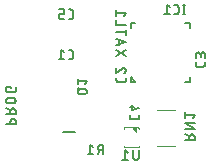
<source format=gbo>
G04 EAGLE Gerber RS-274X export*
G75*
%MOMM*%
%FSLAX34Y34*%
%LPD*%
%INSilkscreen Bottom*%
%IPPOS*%
%AMOC8*
5,1,8,0,0,1.08239X$1,22.5*%
G01*
%ADD10C,0.203200*%
%ADD11C,0.200000*%
%ADD12C,0.101600*%
%ADD13C,0.100000*%
%ADD14C,0.127000*%


D10*
X456443Y138016D02*
X458213Y138016D01*
X458295Y138018D01*
X458376Y138024D01*
X458458Y138033D01*
X458538Y138046D01*
X458618Y138063D01*
X458698Y138084D01*
X458776Y138108D01*
X458853Y138136D01*
X458928Y138167D01*
X459002Y138202D01*
X459075Y138240D01*
X459145Y138281D01*
X459214Y138326D01*
X459280Y138374D01*
X459344Y138425D01*
X459406Y138478D01*
X459465Y138535D01*
X459522Y138594D01*
X459576Y138656D01*
X459626Y138720D01*
X459674Y138786D01*
X459719Y138855D01*
X459760Y138925D01*
X459798Y138998D01*
X459833Y139072D01*
X459864Y139147D01*
X459892Y139224D01*
X459916Y139302D01*
X459937Y139382D01*
X459954Y139462D01*
X459967Y139542D01*
X459976Y139624D01*
X459982Y139705D01*
X459984Y139787D01*
X459984Y144213D01*
X459982Y144295D01*
X459976Y144376D01*
X459967Y144458D01*
X459954Y144538D01*
X459937Y144618D01*
X459916Y144698D01*
X459892Y144776D01*
X459864Y144853D01*
X459833Y144928D01*
X459798Y145002D01*
X459760Y145075D01*
X459719Y145145D01*
X459674Y145214D01*
X459626Y145280D01*
X459576Y145344D01*
X459522Y145406D01*
X459465Y145465D01*
X459406Y145522D01*
X459344Y145575D01*
X459280Y145626D01*
X459214Y145674D01*
X459145Y145719D01*
X459075Y145760D01*
X459002Y145798D01*
X458928Y145833D01*
X458853Y145864D01*
X458776Y145892D01*
X458698Y145916D01*
X458619Y145937D01*
X458538Y145954D01*
X458458Y145967D01*
X458376Y145976D01*
X458295Y145982D01*
X458213Y145984D01*
X456443Y145984D01*
X452438Y144213D02*
X450224Y145984D01*
X450224Y138016D01*
X448011Y138016D02*
X452438Y138016D01*
X497016Y122557D02*
X497016Y120787D01*
X497018Y120705D01*
X497024Y120624D01*
X497033Y120542D01*
X497046Y120462D01*
X497063Y120382D01*
X497084Y120302D01*
X497108Y120224D01*
X497136Y120147D01*
X497167Y120072D01*
X497202Y119998D01*
X497240Y119925D01*
X497281Y119855D01*
X497326Y119786D01*
X497374Y119720D01*
X497425Y119656D01*
X497478Y119594D01*
X497535Y119535D01*
X497594Y119478D01*
X497656Y119425D01*
X497720Y119374D01*
X497786Y119326D01*
X497855Y119281D01*
X497925Y119240D01*
X497998Y119202D01*
X498072Y119167D01*
X498147Y119136D01*
X498224Y119108D01*
X498302Y119084D01*
X498382Y119063D01*
X498462Y119046D01*
X498542Y119033D01*
X498624Y119024D01*
X498705Y119018D01*
X498787Y119016D01*
X503213Y119016D01*
X503295Y119018D01*
X503376Y119024D01*
X503458Y119033D01*
X503538Y119046D01*
X503618Y119063D01*
X503698Y119084D01*
X503776Y119108D01*
X503853Y119136D01*
X503928Y119167D01*
X504002Y119202D01*
X504075Y119240D01*
X504145Y119281D01*
X504214Y119326D01*
X504280Y119374D01*
X504344Y119425D01*
X504406Y119478D01*
X504465Y119535D01*
X504522Y119594D01*
X504575Y119656D01*
X504626Y119720D01*
X504674Y119786D01*
X504719Y119855D01*
X504760Y119925D01*
X504798Y119998D01*
X504833Y120072D01*
X504864Y120147D01*
X504892Y120224D01*
X504916Y120302D01*
X504937Y120382D01*
X504954Y120462D01*
X504967Y120542D01*
X504976Y120624D01*
X504982Y120705D01*
X504984Y120787D01*
X504984Y122557D01*
X504984Y128997D02*
X504982Y129084D01*
X504976Y129171D01*
X504967Y129257D01*
X504954Y129343D01*
X504937Y129428D01*
X504916Y129513D01*
X504892Y129596D01*
X504864Y129678D01*
X504832Y129759D01*
X504797Y129839D01*
X504759Y129917D01*
X504717Y129993D01*
X504672Y130067D01*
X504624Y130140D01*
X504572Y130210D01*
X504518Y130277D01*
X504461Y130343D01*
X504401Y130406D01*
X504338Y130466D01*
X504272Y130523D01*
X504205Y130577D01*
X504135Y130629D01*
X504062Y130677D01*
X503988Y130722D01*
X503912Y130764D01*
X503834Y130802D01*
X503754Y130837D01*
X503673Y130869D01*
X503591Y130897D01*
X503508Y130921D01*
X503423Y130942D01*
X503338Y130959D01*
X503252Y130972D01*
X503166Y130981D01*
X503079Y130987D01*
X502992Y130989D01*
X504984Y128997D02*
X504982Y128896D01*
X504976Y128796D01*
X504966Y128696D01*
X504952Y128596D01*
X504935Y128497D01*
X504913Y128399D01*
X504888Y128302D01*
X504859Y128206D01*
X504826Y128111D01*
X504789Y128017D01*
X504749Y127925D01*
X504705Y127834D01*
X504657Y127746D01*
X504606Y127659D01*
X504552Y127574D01*
X504495Y127492D01*
X504434Y127412D01*
X504370Y127334D01*
X504303Y127259D01*
X504233Y127186D01*
X504161Y127117D01*
X504086Y127050D01*
X504008Y126986D01*
X503928Y126926D01*
X503845Y126868D01*
X503760Y126814D01*
X503674Y126763D01*
X503585Y126716D01*
X503494Y126672D01*
X503402Y126632D01*
X503308Y126595D01*
X503213Y126562D01*
X501442Y130325D02*
X501507Y130390D01*
X501574Y130451D01*
X501643Y130510D01*
X501715Y130566D01*
X501790Y130619D01*
X501866Y130669D01*
X501945Y130715D01*
X502025Y130758D01*
X502107Y130798D01*
X502191Y130833D01*
X502276Y130866D01*
X502363Y130894D01*
X502451Y130919D01*
X502539Y130941D01*
X502629Y130958D01*
X502719Y130972D01*
X502810Y130981D01*
X502901Y130987D01*
X502992Y130989D01*
X501443Y130325D02*
X497016Y126562D01*
X497016Y130989D01*
X564016Y133782D02*
X564016Y135552D01*
X564016Y133782D02*
X564018Y133700D01*
X564024Y133619D01*
X564033Y133537D01*
X564046Y133457D01*
X564063Y133377D01*
X564084Y133297D01*
X564108Y133219D01*
X564136Y133142D01*
X564167Y133067D01*
X564202Y132993D01*
X564240Y132920D01*
X564281Y132850D01*
X564326Y132781D01*
X564374Y132715D01*
X564425Y132651D01*
X564478Y132589D01*
X564535Y132530D01*
X564594Y132473D01*
X564656Y132420D01*
X564720Y132369D01*
X564786Y132321D01*
X564855Y132276D01*
X564925Y132235D01*
X564998Y132197D01*
X565072Y132162D01*
X565147Y132131D01*
X565224Y132103D01*
X565302Y132079D01*
X565382Y132058D01*
X565462Y132041D01*
X565542Y132028D01*
X565624Y132019D01*
X565705Y132013D01*
X565787Y132011D01*
X570213Y132011D01*
X570295Y132013D01*
X570376Y132019D01*
X570458Y132028D01*
X570538Y132041D01*
X570618Y132058D01*
X570698Y132079D01*
X570776Y132103D01*
X570853Y132131D01*
X570928Y132162D01*
X571002Y132197D01*
X571075Y132235D01*
X571145Y132276D01*
X571214Y132321D01*
X571280Y132369D01*
X571344Y132420D01*
X571406Y132473D01*
X571465Y132530D01*
X571522Y132589D01*
X571575Y132651D01*
X571626Y132715D01*
X571674Y132781D01*
X571719Y132850D01*
X571760Y132920D01*
X571798Y132993D01*
X571833Y133067D01*
X571864Y133142D01*
X571892Y133219D01*
X571916Y133297D01*
X571937Y133377D01*
X571954Y133457D01*
X571967Y133537D01*
X571976Y133619D01*
X571982Y133700D01*
X571984Y133782D01*
X571984Y135552D01*
X564016Y139557D02*
X564016Y141771D01*
X564018Y141864D01*
X564024Y141956D01*
X564033Y142048D01*
X564047Y142140D01*
X564064Y142231D01*
X564086Y142321D01*
X564110Y142411D01*
X564139Y142499D01*
X564171Y142586D01*
X564207Y142671D01*
X564247Y142755D01*
X564290Y142837D01*
X564336Y142917D01*
X564386Y142996D01*
X564439Y143072D01*
X564495Y143146D01*
X564554Y143217D01*
X564616Y143286D01*
X564681Y143352D01*
X564748Y143416D01*
X564818Y143476D01*
X564891Y143534D01*
X564966Y143588D01*
X565043Y143639D01*
X565123Y143688D01*
X565204Y143732D01*
X565287Y143773D01*
X565371Y143811D01*
X565458Y143845D01*
X565545Y143876D01*
X565634Y143902D01*
X565724Y143926D01*
X565814Y143945D01*
X565906Y143960D01*
X565998Y143972D01*
X566090Y143980D01*
X566183Y143984D01*
X566275Y143984D01*
X566368Y143980D01*
X566460Y143972D01*
X566552Y143960D01*
X566644Y143945D01*
X566734Y143926D01*
X566824Y143902D01*
X566913Y143876D01*
X567000Y143845D01*
X567087Y143811D01*
X567171Y143773D01*
X567254Y143732D01*
X567336Y143688D01*
X567415Y143639D01*
X567492Y143588D01*
X567567Y143534D01*
X567640Y143476D01*
X567710Y143416D01*
X567777Y143352D01*
X567842Y143286D01*
X567904Y143217D01*
X567963Y143146D01*
X568019Y143072D01*
X568072Y142996D01*
X568122Y142917D01*
X568168Y142837D01*
X568211Y142755D01*
X568251Y142671D01*
X568287Y142586D01*
X568319Y142499D01*
X568348Y142411D01*
X568372Y142321D01*
X568394Y142231D01*
X568411Y142140D01*
X568425Y142048D01*
X568434Y141956D01*
X568440Y141864D01*
X568442Y141771D01*
X571984Y142213D02*
X571984Y139557D01*
X571984Y142213D02*
X571982Y142296D01*
X571976Y142379D01*
X571967Y142461D01*
X571953Y142543D01*
X571936Y142624D01*
X571914Y142705D01*
X571889Y142784D01*
X571861Y142862D01*
X571829Y142938D01*
X571793Y143013D01*
X571754Y143086D01*
X571711Y143158D01*
X571665Y143227D01*
X571616Y143294D01*
X571564Y143358D01*
X571509Y143420D01*
X571451Y143480D01*
X571390Y143536D01*
X571326Y143590D01*
X571261Y143641D01*
X571193Y143688D01*
X571122Y143733D01*
X571050Y143774D01*
X570976Y143811D01*
X570900Y143845D01*
X570823Y143876D01*
X570744Y143902D01*
X570665Y143925D01*
X570584Y143945D01*
X570502Y143960D01*
X570420Y143972D01*
X570337Y143980D01*
X570255Y143984D01*
X570171Y143984D01*
X570089Y143980D01*
X570006Y143972D01*
X569924Y143960D01*
X569842Y143945D01*
X569761Y143925D01*
X569682Y143902D01*
X569603Y143876D01*
X569526Y143845D01*
X569450Y143811D01*
X569376Y143774D01*
X569304Y143733D01*
X569233Y143688D01*
X569165Y143641D01*
X569100Y143590D01*
X569036Y143536D01*
X568975Y143480D01*
X568917Y143420D01*
X568862Y143358D01*
X568810Y143294D01*
X568761Y143227D01*
X568715Y143158D01*
X568672Y143086D01*
X568633Y143013D01*
X568597Y142938D01*
X568565Y142862D01*
X568537Y142784D01*
X568512Y142705D01*
X568490Y142624D01*
X568473Y142543D01*
X568459Y142461D01*
X568450Y142379D01*
X568444Y142296D01*
X568442Y142213D01*
X568443Y142213D02*
X568443Y140443D01*
X508316Y90957D02*
X508316Y89187D01*
X508318Y89105D01*
X508324Y89024D01*
X508333Y88942D01*
X508346Y88862D01*
X508363Y88782D01*
X508384Y88702D01*
X508408Y88624D01*
X508436Y88547D01*
X508467Y88472D01*
X508502Y88398D01*
X508540Y88325D01*
X508581Y88255D01*
X508626Y88186D01*
X508674Y88120D01*
X508725Y88056D01*
X508778Y87994D01*
X508835Y87935D01*
X508894Y87878D01*
X508956Y87825D01*
X509020Y87774D01*
X509086Y87726D01*
X509155Y87681D01*
X509225Y87640D01*
X509298Y87602D01*
X509372Y87567D01*
X509447Y87536D01*
X509524Y87508D01*
X509602Y87484D01*
X509682Y87463D01*
X509762Y87446D01*
X509842Y87433D01*
X509924Y87424D01*
X510005Y87418D01*
X510087Y87416D01*
X514513Y87416D01*
X514595Y87418D01*
X514676Y87424D01*
X514758Y87433D01*
X514838Y87446D01*
X514918Y87463D01*
X514998Y87484D01*
X515076Y87508D01*
X515153Y87536D01*
X515228Y87567D01*
X515302Y87602D01*
X515375Y87640D01*
X515445Y87681D01*
X515514Y87726D01*
X515580Y87774D01*
X515644Y87825D01*
X515706Y87878D01*
X515765Y87935D01*
X515822Y87994D01*
X515875Y88056D01*
X515926Y88120D01*
X515974Y88186D01*
X516019Y88255D01*
X516060Y88325D01*
X516098Y88398D01*
X516133Y88472D01*
X516164Y88547D01*
X516192Y88624D01*
X516216Y88702D01*
X516237Y88782D01*
X516254Y88862D01*
X516267Y88942D01*
X516276Y89024D01*
X516282Y89105D01*
X516284Y89187D01*
X516284Y90957D01*
X516284Y96733D02*
X510087Y94962D01*
X510087Y99389D01*
X511857Y98061D02*
X508316Y98061D01*
X458313Y172416D02*
X456543Y172416D01*
X458313Y172416D02*
X458395Y172418D01*
X458476Y172424D01*
X458558Y172433D01*
X458638Y172446D01*
X458718Y172463D01*
X458798Y172484D01*
X458876Y172508D01*
X458953Y172536D01*
X459028Y172567D01*
X459102Y172602D01*
X459175Y172640D01*
X459245Y172681D01*
X459314Y172726D01*
X459380Y172774D01*
X459444Y172825D01*
X459506Y172878D01*
X459565Y172935D01*
X459622Y172994D01*
X459676Y173056D01*
X459726Y173120D01*
X459774Y173186D01*
X459819Y173255D01*
X459860Y173325D01*
X459898Y173398D01*
X459933Y173472D01*
X459964Y173547D01*
X459992Y173624D01*
X460016Y173702D01*
X460037Y173782D01*
X460054Y173862D01*
X460067Y173942D01*
X460076Y174024D01*
X460082Y174105D01*
X460084Y174187D01*
X460084Y178613D01*
X460082Y178695D01*
X460076Y178776D01*
X460067Y178858D01*
X460054Y178938D01*
X460037Y179018D01*
X460016Y179098D01*
X459992Y179176D01*
X459964Y179253D01*
X459933Y179328D01*
X459898Y179402D01*
X459860Y179475D01*
X459819Y179545D01*
X459774Y179614D01*
X459726Y179680D01*
X459676Y179744D01*
X459622Y179806D01*
X459565Y179865D01*
X459506Y179922D01*
X459444Y179975D01*
X459380Y180026D01*
X459314Y180074D01*
X459245Y180119D01*
X459175Y180160D01*
X459102Y180198D01*
X459028Y180233D01*
X458953Y180264D01*
X458876Y180292D01*
X458798Y180316D01*
X458719Y180337D01*
X458638Y180354D01*
X458558Y180367D01*
X458476Y180376D01*
X458395Y180382D01*
X458313Y180384D01*
X456543Y180384D01*
X452538Y172416D02*
X449882Y172416D01*
X449800Y172418D01*
X449719Y172424D01*
X449637Y172433D01*
X449557Y172446D01*
X449477Y172463D01*
X449397Y172484D01*
X449319Y172508D01*
X449242Y172536D01*
X449167Y172567D01*
X449093Y172602D01*
X449020Y172640D01*
X448950Y172681D01*
X448881Y172726D01*
X448815Y172774D01*
X448751Y172825D01*
X448689Y172878D01*
X448630Y172935D01*
X448573Y172994D01*
X448520Y173056D01*
X448469Y173120D01*
X448421Y173186D01*
X448376Y173255D01*
X448335Y173325D01*
X448297Y173398D01*
X448262Y173472D01*
X448231Y173547D01*
X448203Y173624D01*
X448179Y173702D01*
X448158Y173782D01*
X448141Y173862D01*
X448128Y173942D01*
X448119Y174024D01*
X448113Y174105D01*
X448111Y174187D01*
X448111Y175072D01*
X448113Y175154D01*
X448119Y175235D01*
X448128Y175317D01*
X448141Y175397D01*
X448158Y175477D01*
X448179Y175557D01*
X448203Y175635D01*
X448231Y175712D01*
X448262Y175787D01*
X448297Y175861D01*
X448335Y175934D01*
X448376Y176004D01*
X448421Y176073D01*
X448469Y176139D01*
X448520Y176203D01*
X448573Y176265D01*
X448630Y176324D01*
X448689Y176381D01*
X448751Y176435D01*
X448815Y176485D01*
X448881Y176533D01*
X448950Y176578D01*
X449020Y176619D01*
X449093Y176657D01*
X449167Y176692D01*
X449242Y176723D01*
X449319Y176751D01*
X449397Y176775D01*
X449477Y176796D01*
X449557Y176813D01*
X449637Y176826D01*
X449719Y176835D01*
X449800Y176841D01*
X449882Y176843D01*
X452538Y176843D01*
X452538Y180384D01*
X448111Y180384D01*
D11*
X509000Y169000D02*
X509000Y165000D01*
X509000Y169000D02*
X513000Y169000D01*
X555000Y169000D02*
X559000Y169000D01*
X559000Y165000D01*
X559000Y123000D02*
X559000Y119000D01*
X555000Y119000D01*
X513000Y119000D02*
X509000Y123000D01*
X509000Y119000D02*
X513000Y119000D01*
X509000Y119000D02*
X509000Y123000D01*
D10*
X554529Y176266D02*
X554529Y184234D01*
X553644Y176266D02*
X555415Y176266D01*
X555415Y184234D02*
X553644Y184234D01*
X547818Y176266D02*
X546048Y176266D01*
X547818Y176266D02*
X547900Y176268D01*
X547981Y176274D01*
X548063Y176283D01*
X548143Y176296D01*
X548223Y176313D01*
X548303Y176334D01*
X548381Y176358D01*
X548458Y176386D01*
X548533Y176417D01*
X548607Y176452D01*
X548680Y176490D01*
X548750Y176531D01*
X548819Y176576D01*
X548885Y176624D01*
X548949Y176675D01*
X549011Y176728D01*
X549070Y176785D01*
X549127Y176844D01*
X549181Y176906D01*
X549231Y176970D01*
X549279Y177036D01*
X549324Y177105D01*
X549365Y177175D01*
X549403Y177248D01*
X549438Y177322D01*
X549469Y177397D01*
X549497Y177474D01*
X549521Y177552D01*
X549542Y177632D01*
X549559Y177712D01*
X549572Y177792D01*
X549581Y177874D01*
X549587Y177955D01*
X549589Y178037D01*
X549589Y182463D01*
X549587Y182545D01*
X549581Y182626D01*
X549572Y182708D01*
X549559Y182788D01*
X549542Y182868D01*
X549521Y182948D01*
X549497Y183026D01*
X549469Y183103D01*
X549438Y183178D01*
X549403Y183252D01*
X549365Y183325D01*
X549324Y183395D01*
X549279Y183464D01*
X549231Y183530D01*
X549181Y183594D01*
X549127Y183656D01*
X549070Y183715D01*
X549011Y183772D01*
X548949Y183825D01*
X548885Y183876D01*
X548819Y183924D01*
X548750Y183969D01*
X548680Y184010D01*
X548607Y184048D01*
X548533Y184083D01*
X548458Y184114D01*
X548381Y184142D01*
X548303Y184166D01*
X548224Y184187D01*
X548143Y184204D01*
X548063Y184217D01*
X547981Y184226D01*
X547900Y184232D01*
X547818Y184234D01*
X546048Y184234D01*
X542043Y182463D02*
X539829Y184234D01*
X539829Y176266D01*
X537616Y176266D02*
X542043Y176266D01*
D12*
X546500Y95500D02*
X531500Y95500D01*
X531500Y64500D02*
X546500Y64500D01*
D10*
X555256Y70236D02*
X563224Y70236D01*
X563224Y72449D01*
X563222Y72542D01*
X563216Y72634D01*
X563207Y72726D01*
X563193Y72818D01*
X563176Y72909D01*
X563154Y72999D01*
X563130Y73089D01*
X563101Y73177D01*
X563069Y73264D01*
X563033Y73349D01*
X562993Y73433D01*
X562950Y73515D01*
X562904Y73595D01*
X562854Y73674D01*
X562801Y73750D01*
X562745Y73824D01*
X562686Y73895D01*
X562624Y73964D01*
X562559Y74030D01*
X562492Y74094D01*
X562422Y74154D01*
X562349Y74212D01*
X562274Y74266D01*
X562197Y74317D01*
X562118Y74366D01*
X562036Y74410D01*
X561953Y74451D01*
X561869Y74489D01*
X561782Y74523D01*
X561695Y74554D01*
X561606Y74580D01*
X561516Y74604D01*
X561426Y74623D01*
X561334Y74638D01*
X561242Y74650D01*
X561150Y74658D01*
X561057Y74662D01*
X560965Y74662D01*
X560872Y74658D01*
X560780Y74650D01*
X560688Y74638D01*
X560596Y74623D01*
X560506Y74604D01*
X560416Y74580D01*
X560327Y74554D01*
X560240Y74523D01*
X560153Y74489D01*
X560069Y74451D01*
X559986Y74410D01*
X559905Y74366D01*
X559825Y74317D01*
X559748Y74266D01*
X559673Y74212D01*
X559600Y74154D01*
X559530Y74094D01*
X559463Y74030D01*
X559398Y73964D01*
X559336Y73895D01*
X559277Y73824D01*
X559221Y73750D01*
X559168Y73674D01*
X559118Y73595D01*
X559072Y73515D01*
X559029Y73433D01*
X558989Y73349D01*
X558953Y73264D01*
X558921Y73177D01*
X558892Y73089D01*
X558868Y72999D01*
X558846Y72909D01*
X558829Y72818D01*
X558815Y72726D01*
X558806Y72634D01*
X558800Y72542D01*
X558798Y72449D01*
X558797Y72449D02*
X558797Y70236D01*
X558797Y72892D02*
X555256Y74663D01*
X555256Y79433D02*
X563224Y79433D01*
X555256Y83860D01*
X563224Y83860D01*
X561453Y88733D02*
X563224Y90947D01*
X555256Y90947D01*
X555256Y93160D02*
X555256Y88733D01*
X504984Y146328D02*
X497016Y141016D01*
X497016Y146328D02*
X504984Y141016D01*
X504984Y152672D02*
X497016Y150016D01*
X497016Y155328D02*
X504984Y152672D01*
X499008Y154664D02*
X499008Y150680D01*
X497016Y161072D02*
X504984Y161072D01*
X504984Y158859D02*
X504984Y163285D01*
X504984Y167590D02*
X497016Y167590D01*
X497016Y171131D01*
X503213Y175059D02*
X504984Y177272D01*
X497016Y177272D01*
X497016Y175059D02*
X497016Y179485D01*
D13*
X503500Y80500D02*
X503500Y79500D01*
X503500Y80500D02*
X510000Y80500D01*
X511000Y80500D01*
X512000Y80500D01*
X513500Y80500D01*
X515500Y80500D01*
X516500Y79500D01*
X503500Y64500D02*
X503500Y63500D01*
X516500Y63500D01*
X516500Y64500D01*
X513500Y79000D02*
X513500Y80500D01*
X513500Y79000D02*
X513500Y78000D01*
X513500Y77000D01*
X510000Y80500D01*
X511000Y80500D02*
X513500Y78000D01*
X513500Y79000D02*
X512000Y80500D01*
D10*
X515743Y60984D02*
X515743Y55229D01*
X515742Y55229D02*
X515740Y55136D01*
X515734Y55044D01*
X515725Y54952D01*
X515711Y54860D01*
X515694Y54769D01*
X515672Y54679D01*
X515648Y54589D01*
X515619Y54501D01*
X515587Y54414D01*
X515551Y54329D01*
X515511Y54245D01*
X515468Y54163D01*
X515422Y54083D01*
X515372Y54004D01*
X515319Y53928D01*
X515263Y53854D01*
X515204Y53783D01*
X515142Y53714D01*
X515077Y53648D01*
X515010Y53584D01*
X514940Y53524D01*
X514867Y53466D01*
X514792Y53412D01*
X514715Y53361D01*
X514636Y53312D01*
X514554Y53268D01*
X514471Y53227D01*
X514387Y53189D01*
X514300Y53155D01*
X514213Y53124D01*
X514124Y53098D01*
X514034Y53074D01*
X513944Y53055D01*
X513852Y53040D01*
X513760Y53028D01*
X513668Y53020D01*
X513575Y53016D01*
X513483Y53016D01*
X513390Y53020D01*
X513298Y53028D01*
X513206Y53040D01*
X513114Y53055D01*
X513024Y53074D01*
X512934Y53098D01*
X512845Y53124D01*
X512758Y53155D01*
X512671Y53189D01*
X512587Y53227D01*
X512504Y53268D01*
X512423Y53312D01*
X512343Y53361D01*
X512266Y53412D01*
X512191Y53466D01*
X512118Y53524D01*
X512048Y53584D01*
X511981Y53648D01*
X511916Y53714D01*
X511854Y53783D01*
X511795Y53854D01*
X511739Y53928D01*
X511686Y54004D01*
X511636Y54083D01*
X511590Y54163D01*
X511547Y54245D01*
X511507Y54329D01*
X511471Y54414D01*
X511439Y54501D01*
X511410Y54589D01*
X511386Y54679D01*
X511364Y54769D01*
X511347Y54860D01*
X511333Y54952D01*
X511324Y55044D01*
X511318Y55136D01*
X511316Y55229D01*
X511316Y60984D01*
X506443Y59213D02*
X504229Y60984D01*
X504229Y53016D01*
X502016Y53016D02*
X506443Y53016D01*
X411684Y83316D02*
X403716Y83316D01*
X411684Y83316D02*
X411684Y85529D01*
X411682Y85622D01*
X411676Y85714D01*
X411667Y85806D01*
X411653Y85898D01*
X411636Y85989D01*
X411614Y86079D01*
X411590Y86169D01*
X411561Y86257D01*
X411529Y86344D01*
X411493Y86429D01*
X411453Y86513D01*
X411410Y86595D01*
X411364Y86675D01*
X411314Y86754D01*
X411261Y86830D01*
X411205Y86904D01*
X411146Y86975D01*
X411084Y87044D01*
X411019Y87110D01*
X410952Y87174D01*
X410882Y87234D01*
X410809Y87292D01*
X410734Y87346D01*
X410657Y87397D01*
X410578Y87446D01*
X410496Y87490D01*
X410413Y87531D01*
X410329Y87569D01*
X410242Y87603D01*
X410155Y87634D01*
X410066Y87660D01*
X409976Y87684D01*
X409886Y87703D01*
X409794Y87718D01*
X409702Y87730D01*
X409610Y87738D01*
X409517Y87742D01*
X409425Y87742D01*
X409332Y87738D01*
X409240Y87730D01*
X409148Y87718D01*
X409056Y87703D01*
X408966Y87684D01*
X408876Y87660D01*
X408787Y87634D01*
X408700Y87603D01*
X408613Y87569D01*
X408529Y87531D01*
X408446Y87490D01*
X408365Y87446D01*
X408285Y87397D01*
X408208Y87346D01*
X408133Y87292D01*
X408060Y87234D01*
X407990Y87174D01*
X407923Y87110D01*
X407858Y87044D01*
X407796Y86975D01*
X407737Y86904D01*
X407681Y86830D01*
X407628Y86754D01*
X407578Y86675D01*
X407532Y86595D01*
X407489Y86513D01*
X407449Y86429D01*
X407413Y86344D01*
X407381Y86257D01*
X407352Y86169D01*
X407328Y86079D01*
X407306Y85989D01*
X407289Y85898D01*
X407275Y85806D01*
X407266Y85714D01*
X407260Y85622D01*
X407258Y85529D01*
X407257Y85529D02*
X407257Y83316D01*
X403716Y92183D02*
X411684Y92183D01*
X411684Y94396D01*
X411682Y94489D01*
X411676Y94581D01*
X411667Y94673D01*
X411653Y94765D01*
X411636Y94856D01*
X411614Y94946D01*
X411590Y95036D01*
X411561Y95124D01*
X411529Y95211D01*
X411493Y95296D01*
X411453Y95380D01*
X411410Y95462D01*
X411364Y95542D01*
X411314Y95621D01*
X411261Y95697D01*
X411205Y95771D01*
X411146Y95842D01*
X411084Y95911D01*
X411019Y95977D01*
X410952Y96041D01*
X410882Y96101D01*
X410809Y96159D01*
X410734Y96213D01*
X410657Y96264D01*
X410578Y96313D01*
X410496Y96357D01*
X410413Y96398D01*
X410329Y96436D01*
X410242Y96470D01*
X410155Y96501D01*
X410066Y96527D01*
X409976Y96551D01*
X409886Y96570D01*
X409794Y96585D01*
X409702Y96597D01*
X409610Y96605D01*
X409517Y96609D01*
X409425Y96609D01*
X409332Y96605D01*
X409240Y96597D01*
X409148Y96585D01*
X409056Y96570D01*
X408966Y96551D01*
X408876Y96527D01*
X408787Y96501D01*
X408700Y96470D01*
X408613Y96436D01*
X408529Y96398D01*
X408446Y96357D01*
X408365Y96313D01*
X408285Y96264D01*
X408208Y96213D01*
X408133Y96159D01*
X408060Y96101D01*
X407990Y96041D01*
X407923Y95977D01*
X407858Y95911D01*
X407796Y95842D01*
X407737Y95771D01*
X407681Y95697D01*
X407628Y95621D01*
X407578Y95542D01*
X407532Y95462D01*
X407489Y95380D01*
X407449Y95296D01*
X407413Y95211D01*
X407381Y95124D01*
X407352Y95036D01*
X407328Y94946D01*
X407306Y94856D01*
X407289Y94765D01*
X407275Y94673D01*
X407266Y94581D01*
X407260Y94489D01*
X407258Y94396D01*
X407257Y94396D02*
X407257Y92183D01*
X407257Y94839D02*
X403716Y96609D01*
X405929Y101080D02*
X409471Y101080D01*
X409564Y101082D01*
X409656Y101088D01*
X409748Y101097D01*
X409840Y101111D01*
X409931Y101128D01*
X410021Y101150D01*
X410111Y101174D01*
X410199Y101203D01*
X410286Y101235D01*
X410371Y101271D01*
X410455Y101311D01*
X410537Y101354D01*
X410617Y101400D01*
X410696Y101450D01*
X410772Y101503D01*
X410846Y101559D01*
X410917Y101618D01*
X410986Y101680D01*
X411052Y101745D01*
X411116Y101812D01*
X411176Y101882D01*
X411234Y101955D01*
X411288Y102030D01*
X411339Y102107D01*
X411388Y102187D01*
X411432Y102268D01*
X411473Y102351D01*
X411511Y102435D01*
X411545Y102522D01*
X411576Y102609D01*
X411602Y102698D01*
X411626Y102788D01*
X411645Y102878D01*
X411660Y102970D01*
X411672Y103062D01*
X411680Y103154D01*
X411684Y103247D01*
X411684Y103339D01*
X411680Y103432D01*
X411672Y103524D01*
X411660Y103616D01*
X411645Y103708D01*
X411626Y103798D01*
X411602Y103888D01*
X411576Y103977D01*
X411545Y104064D01*
X411511Y104151D01*
X411473Y104235D01*
X411432Y104318D01*
X411388Y104400D01*
X411339Y104479D01*
X411288Y104556D01*
X411234Y104631D01*
X411176Y104704D01*
X411116Y104774D01*
X411052Y104841D01*
X410986Y104906D01*
X410917Y104968D01*
X410846Y105027D01*
X410772Y105083D01*
X410696Y105136D01*
X410617Y105186D01*
X410537Y105232D01*
X410455Y105275D01*
X410371Y105315D01*
X410286Y105351D01*
X410199Y105383D01*
X410111Y105412D01*
X410021Y105436D01*
X409931Y105458D01*
X409840Y105475D01*
X409748Y105489D01*
X409656Y105498D01*
X409564Y105504D01*
X409471Y105506D01*
X409471Y105507D02*
X405929Y105507D01*
X405929Y105506D02*
X405836Y105504D01*
X405744Y105498D01*
X405652Y105489D01*
X405560Y105475D01*
X405469Y105458D01*
X405379Y105436D01*
X405289Y105412D01*
X405201Y105383D01*
X405114Y105351D01*
X405029Y105315D01*
X404945Y105275D01*
X404863Y105232D01*
X404783Y105186D01*
X404704Y105136D01*
X404628Y105083D01*
X404554Y105027D01*
X404483Y104968D01*
X404414Y104906D01*
X404348Y104841D01*
X404284Y104774D01*
X404224Y104704D01*
X404166Y104631D01*
X404112Y104556D01*
X404061Y104479D01*
X404012Y104400D01*
X403968Y104318D01*
X403927Y104235D01*
X403889Y104151D01*
X403855Y104064D01*
X403824Y103977D01*
X403798Y103888D01*
X403774Y103798D01*
X403755Y103708D01*
X403740Y103616D01*
X403728Y103524D01*
X403720Y103432D01*
X403716Y103339D01*
X403716Y103247D01*
X403720Y103154D01*
X403728Y103062D01*
X403740Y102970D01*
X403755Y102878D01*
X403774Y102788D01*
X403798Y102698D01*
X403824Y102609D01*
X403855Y102522D01*
X403889Y102435D01*
X403927Y102351D01*
X403968Y102268D01*
X404012Y102187D01*
X404061Y102107D01*
X404112Y102030D01*
X404166Y101955D01*
X404224Y101882D01*
X404284Y101812D01*
X404348Y101745D01*
X404414Y101680D01*
X404483Y101618D01*
X404554Y101559D01*
X404628Y101503D01*
X404704Y101450D01*
X404783Y101400D01*
X404863Y101354D01*
X404945Y101311D01*
X405029Y101271D01*
X405114Y101235D01*
X405201Y101203D01*
X405289Y101174D01*
X405379Y101150D01*
X405469Y101128D01*
X405560Y101111D01*
X405652Y101097D01*
X405744Y101088D01*
X405836Y101082D01*
X405929Y101080D01*
X408143Y113479D02*
X408143Y114807D01*
X403716Y114807D01*
X403716Y112151D01*
X403718Y112069D01*
X403724Y111988D01*
X403733Y111906D01*
X403746Y111826D01*
X403763Y111746D01*
X403784Y111666D01*
X403808Y111588D01*
X403836Y111511D01*
X403867Y111436D01*
X403902Y111362D01*
X403940Y111289D01*
X403981Y111219D01*
X404026Y111150D01*
X404074Y111084D01*
X404125Y111020D01*
X404178Y110958D01*
X404235Y110899D01*
X404294Y110842D01*
X404356Y110789D01*
X404420Y110738D01*
X404486Y110690D01*
X404555Y110645D01*
X404625Y110604D01*
X404698Y110566D01*
X404772Y110531D01*
X404847Y110500D01*
X404924Y110472D01*
X405002Y110448D01*
X405082Y110427D01*
X405162Y110410D01*
X405242Y110397D01*
X405324Y110388D01*
X405405Y110382D01*
X405487Y110380D01*
X409913Y110380D01*
X409995Y110382D01*
X410076Y110388D01*
X410158Y110397D01*
X410238Y110410D01*
X410318Y110427D01*
X410398Y110448D01*
X410476Y110472D01*
X410553Y110500D01*
X410628Y110531D01*
X410702Y110566D01*
X410775Y110604D01*
X410845Y110645D01*
X410914Y110690D01*
X410980Y110738D01*
X411044Y110789D01*
X411106Y110842D01*
X411165Y110899D01*
X411222Y110958D01*
X411275Y111020D01*
X411326Y111084D01*
X411374Y111150D01*
X411419Y111219D01*
X411460Y111289D01*
X411498Y111362D01*
X411533Y111436D01*
X411564Y111511D01*
X411592Y111588D01*
X411616Y111666D01*
X411637Y111746D01*
X411654Y111826D01*
X411667Y111906D01*
X411676Y111988D01*
X411682Y112069D01*
X411684Y112151D01*
X411684Y114807D01*
X485990Y65634D02*
X485990Y57666D01*
X485990Y65634D02*
X483777Y65634D01*
X483684Y65632D01*
X483592Y65626D01*
X483500Y65617D01*
X483408Y65603D01*
X483317Y65586D01*
X483227Y65564D01*
X483137Y65540D01*
X483049Y65511D01*
X482962Y65479D01*
X482877Y65443D01*
X482793Y65403D01*
X482711Y65360D01*
X482631Y65314D01*
X482552Y65264D01*
X482476Y65211D01*
X482402Y65155D01*
X482331Y65096D01*
X482262Y65034D01*
X482196Y64969D01*
X482132Y64902D01*
X482072Y64832D01*
X482014Y64759D01*
X481960Y64684D01*
X481909Y64607D01*
X481860Y64528D01*
X481816Y64446D01*
X481775Y64363D01*
X481737Y64279D01*
X481703Y64192D01*
X481672Y64105D01*
X481646Y64016D01*
X481622Y63926D01*
X481603Y63836D01*
X481588Y63744D01*
X481576Y63652D01*
X481568Y63560D01*
X481564Y63467D01*
X481564Y63375D01*
X481568Y63282D01*
X481576Y63190D01*
X481588Y63098D01*
X481603Y63006D01*
X481622Y62916D01*
X481646Y62826D01*
X481672Y62737D01*
X481703Y62650D01*
X481737Y62563D01*
X481775Y62479D01*
X481816Y62396D01*
X481860Y62314D01*
X481909Y62235D01*
X481960Y62158D01*
X482014Y62083D01*
X482072Y62010D01*
X482132Y61940D01*
X482196Y61873D01*
X482262Y61808D01*
X482331Y61746D01*
X482402Y61687D01*
X482476Y61631D01*
X482552Y61578D01*
X482631Y61528D01*
X482711Y61482D01*
X482793Y61439D01*
X482877Y61399D01*
X482962Y61363D01*
X483049Y61331D01*
X483137Y61302D01*
X483227Y61278D01*
X483317Y61256D01*
X483408Y61239D01*
X483500Y61225D01*
X483592Y61216D01*
X483684Y61210D01*
X483777Y61208D01*
X483777Y61207D02*
X485990Y61207D01*
X483334Y61207D02*
X481563Y57666D01*
X477093Y63863D02*
X474879Y65634D01*
X474879Y57666D01*
X472666Y57666D02*
X477093Y57666D01*
X469821Y108966D02*
X466279Y108966D01*
X469821Y108966D02*
X469914Y108968D01*
X470006Y108974D01*
X470098Y108983D01*
X470190Y108997D01*
X470281Y109014D01*
X470371Y109036D01*
X470461Y109060D01*
X470549Y109089D01*
X470636Y109121D01*
X470721Y109157D01*
X470805Y109197D01*
X470887Y109240D01*
X470967Y109286D01*
X471046Y109336D01*
X471122Y109389D01*
X471196Y109445D01*
X471267Y109504D01*
X471336Y109566D01*
X471402Y109631D01*
X471466Y109698D01*
X471526Y109768D01*
X471584Y109841D01*
X471638Y109916D01*
X471689Y109993D01*
X471738Y110073D01*
X471782Y110154D01*
X471823Y110237D01*
X471861Y110321D01*
X471895Y110408D01*
X471926Y110495D01*
X471952Y110584D01*
X471976Y110674D01*
X471995Y110764D01*
X472010Y110856D01*
X472022Y110948D01*
X472030Y111040D01*
X472034Y111133D01*
X472034Y111225D01*
X472030Y111318D01*
X472022Y111410D01*
X472010Y111502D01*
X471995Y111594D01*
X471976Y111684D01*
X471952Y111774D01*
X471926Y111863D01*
X471895Y111950D01*
X471861Y112037D01*
X471823Y112121D01*
X471782Y112204D01*
X471738Y112286D01*
X471689Y112365D01*
X471638Y112442D01*
X471584Y112517D01*
X471526Y112590D01*
X471466Y112660D01*
X471402Y112727D01*
X471336Y112792D01*
X471267Y112854D01*
X471196Y112913D01*
X471122Y112969D01*
X471046Y113022D01*
X470967Y113072D01*
X470887Y113118D01*
X470805Y113161D01*
X470721Y113201D01*
X470636Y113237D01*
X470549Y113269D01*
X470461Y113298D01*
X470371Y113322D01*
X470281Y113344D01*
X470190Y113361D01*
X470098Y113375D01*
X470006Y113384D01*
X469914Y113390D01*
X469821Y113392D01*
X469821Y113393D02*
X466279Y113393D01*
X466279Y113392D02*
X466186Y113390D01*
X466094Y113384D01*
X466002Y113375D01*
X465910Y113361D01*
X465819Y113344D01*
X465729Y113322D01*
X465639Y113298D01*
X465551Y113269D01*
X465464Y113237D01*
X465379Y113201D01*
X465295Y113161D01*
X465213Y113118D01*
X465133Y113072D01*
X465054Y113022D01*
X464978Y112969D01*
X464904Y112913D01*
X464833Y112854D01*
X464764Y112792D01*
X464698Y112727D01*
X464634Y112660D01*
X464574Y112590D01*
X464516Y112517D01*
X464462Y112442D01*
X464411Y112365D01*
X464362Y112286D01*
X464318Y112204D01*
X464277Y112121D01*
X464239Y112037D01*
X464205Y111950D01*
X464174Y111863D01*
X464148Y111774D01*
X464124Y111684D01*
X464105Y111594D01*
X464090Y111502D01*
X464078Y111410D01*
X464070Y111318D01*
X464066Y111225D01*
X464066Y111133D01*
X464070Y111040D01*
X464078Y110948D01*
X464090Y110856D01*
X464105Y110764D01*
X464124Y110674D01*
X464148Y110584D01*
X464174Y110495D01*
X464205Y110408D01*
X464239Y110321D01*
X464277Y110237D01*
X464318Y110154D01*
X464362Y110073D01*
X464411Y109993D01*
X464462Y109916D01*
X464516Y109841D01*
X464574Y109768D01*
X464634Y109698D01*
X464698Y109631D01*
X464764Y109566D01*
X464833Y109504D01*
X464904Y109445D01*
X464978Y109389D01*
X465054Y109336D01*
X465133Y109286D01*
X465213Y109240D01*
X465295Y109197D01*
X465379Y109157D01*
X465464Y109121D01*
X465551Y109089D01*
X465639Y109060D01*
X465729Y109036D01*
X465819Y109014D01*
X465910Y108997D01*
X466002Y108983D01*
X466094Y108974D01*
X466186Y108968D01*
X466279Y108966D01*
X465837Y112507D02*
X464066Y114278D01*
X470263Y117336D02*
X472034Y119550D01*
X464066Y119550D01*
X464066Y121763D02*
X464066Y117336D01*
D14*
X462000Y76500D02*
X452000Y76500D01*
M02*

</source>
